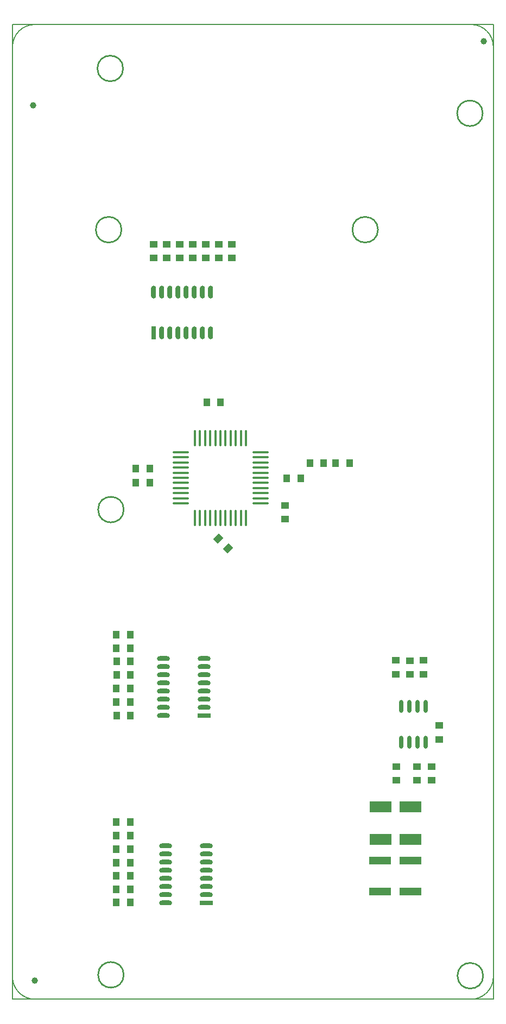
<source format=gtp>
%FSLAX24Y24*%
%MOIN*%
G70*
G01*
G75*
G04 Layer_Color=8421504*
%ADD10C,0.0394*%
%ADD11R,0.0500X0.0400*%
%ADD12R,0.0400X0.0500*%
%ADD13O,0.0800X0.0300*%
%ADD14R,0.0800X0.0300*%
%ADD15R,0.1339X0.0700*%
%ADD16R,0.1339X0.0472*%
%ADD17R,0.1339X0.0472*%
G04:AMPARAMS|DCode=18|XSize=40mil|YSize=50mil|CornerRadius=0mil|HoleSize=0mil|Usage=FLASHONLY|Rotation=135.000|XOffset=0mil|YOffset=0mil|HoleType=Round|Shape=Rectangle|*
%AMROTATEDRECTD18*
4,1,4,0.0318,0.0035,-0.0035,-0.0318,-0.0318,-0.0035,0.0035,0.0318,0.0318,0.0035,0.0*
%
%ADD18ROTATEDRECTD18*%

%ADD19O,0.0160X0.1000*%
%ADD20O,0.1000X0.0160*%
%ADD21O,0.0300X0.0800*%
%ADD22R,0.0300X0.0800*%
%ADD23O,0.0240X0.0800*%
%ADD24C,0.0300*%
%ADD25C,0.0150*%
%ADD26C,0.0120*%
%ADD27C,0.0200*%
%ADD28C,0.0050*%
%ADD29C,0.0100*%
%ADD30C,0.0650*%
%ADD31C,0.0709*%
%ADD32O,0.0709X0.0550*%
%ADD33C,0.0500*%
%ADD34C,0.0591*%
%ADD35C,0.0787*%
%ADD36C,0.0787*%
%ADD37O,0.0980X0.1020*%
%ADD38C,0.0600*%
%ADD39C,0.0250*%
%ADD40C,0.0984*%
%ADD41C,0.0080*%
%ADD42C,0.0060*%
%ADD43C,0.0061*%
%ADD44C,0.0079*%
%ADD45R,0.1575X0.0153*%
D10*
X1358Y1142D02*
D03*
X28927Y58808D02*
D03*
X1269Y54861D02*
D03*
D11*
X26190Y16805D02*
D03*
Y15955D02*
D03*
X23560Y13440D02*
D03*
Y14290D02*
D03*
X24850Y13440D02*
D03*
Y14290D02*
D03*
X25730D02*
D03*
Y13440D02*
D03*
X23530Y20810D02*
D03*
Y19960D02*
D03*
X24390Y20790D02*
D03*
Y19940D02*
D03*
X25250Y20800D02*
D03*
Y19950D02*
D03*
X8670Y45495D02*
D03*
Y46345D02*
D03*
X9467Y45495D02*
D03*
Y46345D02*
D03*
X10264Y45495D02*
D03*
Y46345D02*
D03*
X11062Y45495D02*
D03*
Y46345D02*
D03*
X11859Y45495D02*
D03*
Y46345D02*
D03*
X12666Y45495D02*
D03*
Y46345D02*
D03*
X13463Y45495D02*
D03*
Y46345D02*
D03*
X16720Y29470D02*
D03*
Y30320D02*
D03*
D12*
X7230Y22370D02*
D03*
X6380D02*
D03*
X7230Y21560D02*
D03*
X6380D02*
D03*
X7240Y20730D02*
D03*
X6390D02*
D03*
X7240Y19920D02*
D03*
X6390D02*
D03*
X7230Y19090D02*
D03*
X6380D02*
D03*
X7227Y18255D02*
D03*
X6377D02*
D03*
X7250Y17420D02*
D03*
X6400D02*
D03*
X7234Y5932D02*
D03*
X6384D02*
D03*
X7234Y6749D02*
D03*
X6384D02*
D03*
X7234Y7575D02*
D03*
X6384D02*
D03*
X7234Y8392D02*
D03*
X6384D02*
D03*
X6381Y10863D02*
D03*
X7231D02*
D03*
X7234Y9219D02*
D03*
X6384D02*
D03*
X7234Y10036D02*
D03*
X6384D02*
D03*
X8430Y32590D02*
D03*
X7580D02*
D03*
X8420Y31700D02*
D03*
X7570D02*
D03*
X11920Y36630D02*
D03*
X12770D02*
D03*
X19845Y32920D02*
D03*
X20695D02*
D03*
X18265Y32910D02*
D03*
X19115D02*
D03*
X16845Y31990D02*
D03*
X17695D02*
D03*
D13*
X9270Y17410D02*
D03*
Y17910D02*
D03*
Y20910D02*
D03*
X11770Y17910D02*
D03*
Y18410D02*
D03*
Y18910D02*
D03*
Y19410D02*
D03*
Y19910D02*
D03*
Y20410D02*
D03*
Y20910D02*
D03*
X9270Y20410D02*
D03*
Y19910D02*
D03*
Y19410D02*
D03*
Y18910D02*
D03*
Y18410D02*
D03*
X9390Y5917D02*
D03*
Y6417D02*
D03*
Y9417D02*
D03*
X11890Y6417D02*
D03*
Y6917D02*
D03*
Y7417D02*
D03*
Y7917D02*
D03*
Y8417D02*
D03*
Y8917D02*
D03*
Y9417D02*
D03*
X9390Y8917D02*
D03*
Y8417D02*
D03*
Y7917D02*
D03*
Y7417D02*
D03*
Y6917D02*
D03*
D14*
X11770Y17410D02*
D03*
X11890Y5917D02*
D03*
D15*
X22590Y9817D02*
D03*
Y11817D02*
D03*
X24430Y9817D02*
D03*
Y11817D02*
D03*
D16*
X22559Y6615D02*
D03*
X24440D02*
D03*
D17*
X22559Y8504D02*
D03*
X24440D02*
D03*
D18*
X13251Y27669D02*
D03*
X12649Y28271D02*
D03*
D19*
X13080Y34460D02*
D03*
X13400D02*
D03*
X13710Y34460D02*
D03*
X14030Y34460D02*
D03*
X11200D02*
D03*
X11510Y34460D02*
D03*
X11830Y34460D02*
D03*
X12140D02*
D03*
X12460D02*
D03*
X12770D02*
D03*
X14340D02*
D03*
Y29560D02*
D03*
X14030D02*
D03*
X13710D02*
D03*
X13400D02*
D03*
X13080Y29560D02*
D03*
X12770Y29560D02*
D03*
X12460D02*
D03*
X12140D02*
D03*
X11830D02*
D03*
X11510Y29560D02*
D03*
X11200Y29560D02*
D03*
D20*
X10320Y30440D02*
D03*
Y30750D02*
D03*
Y31070D02*
D03*
X10320Y31380D02*
D03*
X10320Y31700D02*
D03*
Y32010D02*
D03*
Y32320D02*
D03*
Y32640D02*
D03*
Y32950D02*
D03*
Y33270D02*
D03*
X10320Y33580D02*
D03*
X15220D02*
D03*
X15220Y33270D02*
D03*
X15220Y32950D02*
D03*
Y32640D02*
D03*
X15220Y32320D02*
D03*
X15220Y32010D02*
D03*
Y31700D02*
D03*
Y31380D02*
D03*
Y31070D02*
D03*
Y30750D02*
D03*
Y30440D02*
D03*
D21*
X8670Y43400D02*
D03*
X9170D02*
D03*
X12170D02*
D03*
X9170Y40900D02*
D03*
X9670D02*
D03*
X10170D02*
D03*
X10670D02*
D03*
X11170D02*
D03*
X11670D02*
D03*
X12170D02*
D03*
X11670Y43400D02*
D03*
X11170D02*
D03*
X10670D02*
D03*
X10170D02*
D03*
X9670D02*
D03*
D22*
X8670Y40900D02*
D03*
D23*
X25360Y15780D02*
D03*
X24860D02*
D03*
X24360D02*
D03*
X23860D02*
D03*
Y17980D02*
D03*
X24360D02*
D03*
X24860D02*
D03*
X25360D02*
D03*
D28*
X28150Y0D02*
G03*
X29528Y1378I0J1378D01*
G01*
X0D02*
G03*
X1378Y0I1378J0D01*
G01*
X29528Y58465D02*
G03*
X28150Y59843I-1378J0D01*
G01*
X1378D02*
G03*
X0Y58465I0J-1378D01*
G01*
Y59843D02*
X29528D01*
Y0D02*
Y59843D01*
X28560Y0D02*
X29528D01*
X0D02*
X28560D01*
X0D02*
Y59843D01*
D29*
X6831Y1496D02*
G03*
X6831Y1496I-787J0D01*
G01*
Y30059D02*
G03*
X6831Y30059I-787J0D01*
G01*
X6792Y57140D02*
G03*
X6792Y57140I-787J0D01*
G01*
X22441Y47244D02*
G03*
X22441Y47244I-787J0D01*
G01*
X28898Y1441D02*
G03*
X28898Y1441I-787J0D01*
G01*
X28874Y54390D02*
G03*
X28874Y54390I-787J0D01*
G01*
X6693Y47244D02*
G03*
X6693Y47244I-787J0D01*
G01*
M02*

</source>
